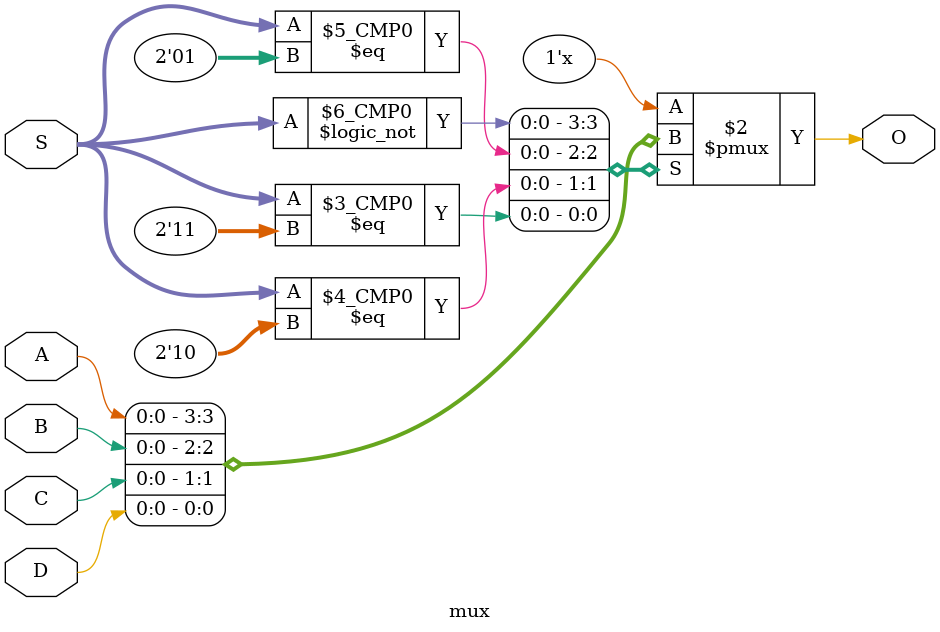
<source format=v>
module mux (input A, input B, input C, input D, input [1:0] S, output reg O);

reg [3:0] L;
wire [2:0] M;

    always @(*)
        case (S)
            2'b00: O <= A;
            2'b01: O <= B;
            2'b10: O <= C;
            2'b11: O <= D;
            default: O <= 0;
        endcase
endmodule
</source>
